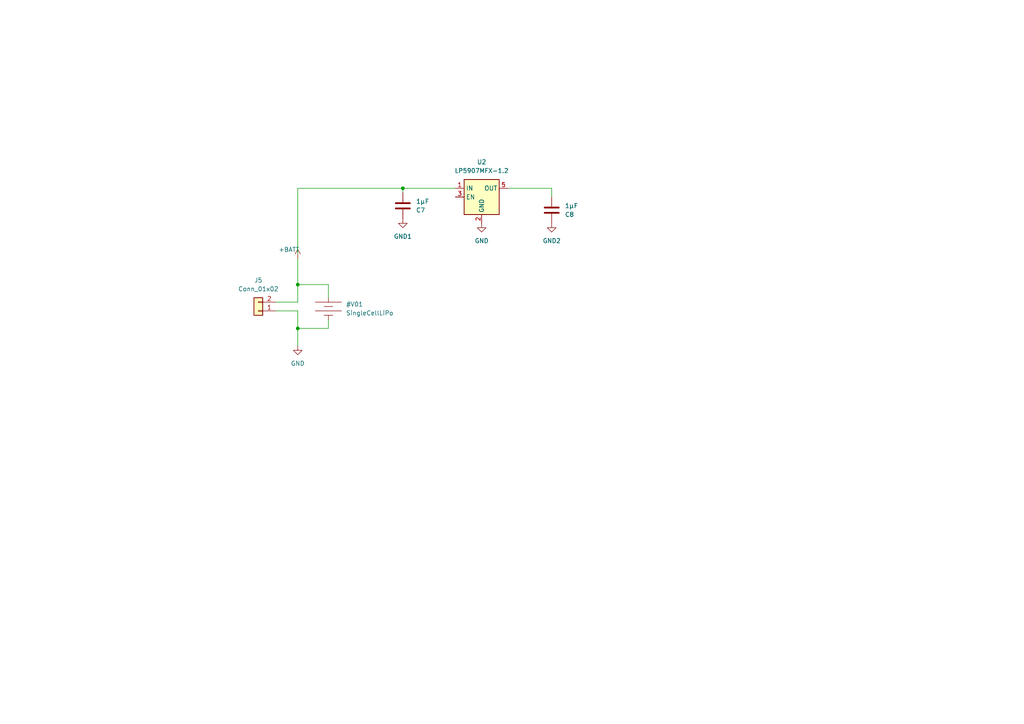
<source format=kicad_sch>
(kicad_sch (version 20230121) (generator eeschema)
  (paper "A4")
  (lib_symbols
    (symbol "Connector_Generic:Conn_01x02" (pin_names (offset 1.016) hide)
      (property "Reference" "J" (at 0 2.54 0))
      (property "Value" "Conn_01x02" (at 0 -5.08 0))
      (symbol "Conn_01x02_1_1"
        (rectangle (start -1.27 -2.413) (end 0 -2.667) (stroke (width 0.1524)))
        (rectangle (start -1.27 0.127) (end 0 -0.127) (stroke (width 0.1524)))
        (rectangle (start -1.27 1.27) (end 1.27 -3.81) (stroke (width 0.254)) (fill (type background)))
        (pin passive line (at -5.08 0 0) (length 3.81) (name "Pin_1") (number "1"))
        (pin passive line (at -5.08 -2.54 0) (length 3.81) (name "Pin_2") (number "2"))
      )
    )
    (symbol "Device:C" (pin_numbers hide) (pin_names (offset 0.254))
      (property "Reference" "C" (at 0.635 2.54 0))
      (property "Value" "C" (at 0.635 -2.54 0))
      (symbol "C_0_1"
        (polyline (pts (xy -2.032 -0.762) (xy 2.032 -0.762)) (stroke (width 0.508)))
        (polyline (pts (xy -2.032 0.762) (xy 2.032 0.762)) (stroke (width 0.508)))
      )
      (symbol "C_1_1"
        (pin passive line (at 0 3.81 270) (length 2.794) (name "~") (number "1"))
        (pin passive line (at 0 -3.81 90) (length 2.794) (name "~") (number "2"))
      )
    )
    (symbol "Regulator_Linear:LP5907MFX-1.2"
      (property "Reference" "U" (at -3.81 6.35 0))
      (property "Value" "LP5907MFX-1.2" (at 6.35 6.35 0))
      (symbol "LP5907MFX-1.2_0_1"
        (rectangle (start -5.08 -5.08) (end 5.08 5.08) (stroke (width 0.254)) (fill (type background)))
        (pin power_in line (at -7.62 2.54 0) (length 2.54) (name "IN") (number "1"))
        (pin power_in line (at 0 -7.62 90) (length 2.54) (name "GND") (number "2"))
        (pin input line (at -7.62 0 0) (length 2.54) (name "EN") (number "3"))
        (pin no_connect line (at 5.08 0 180) (length 2.54) hide (name "NC") (number "4"))
        (pin power_out line (at 7.62 2.54 180) (length 2.54) (name "OUT") (number "5"))
      )
    )
    (symbol "minimouse:SingleCellLiPo" (power) (pin_numbers hide) (pin_names hide) (in_bom no) (on_board no)
      (property "Reference" "V" (at 1.8796 0.3048 0))
      (property "Value" "SingleCellLiPo" (at -11.43 1.27 0))
      (symbol "SingleCellLiPo_0_1"
        (polyline (pts (xy -3.81 0) (xy 3.81 0)))
        (polyline (pts (xy -3.81 2.54) (xy 3.81 2.54)))
        (polyline (pts (xy -1.27 -1.27) (xy 1.27 -1.27)))
        (polyline (pts (xy -1.27 1.27) (xy 1.27 1.27)))
      )
      (symbol "SingleCellLiPo_1_1"
        (pin power_out line (at 0 -2.54 90) (length 1.27) (name "+") (number ""))
        (pin power_out line (at 0 3.81 270) (length 1.27) (name "+") (number ""))
      )
    )
    (symbol "power:+BATT" (power) (pin_names (offset 0))
      (property "Value" "+BATT" (at 0 3.556 0))
      (symbol "+BATT_0_1"
        (polyline (pts (xy -0.762 1.27) (xy 0 2.54)))
        (polyline (pts (xy 0 0) (xy 0 2.54)))
        (polyline (pts (xy 0 2.54) (xy 0.762 1.27)))
      )
      (symbol "+BATT_1_1"
        (pin power_in line (at 0 0 90) (length 0) hide (name "+BATT") (number "1"))
      )
    )
    (symbol "power:GND" (power) (pin_names (offset 0))
      (property "Value" "GND" (at 0 -3.81 0))
      (symbol "GND_0_1"
        (polyline (pts (xy 0 0) (xy 0 -1.27) (xy 1.27 -1.27) (xy 0 -2.54) (xy -1.27 -1.27) (xy 0 -1.27)))
      )
      (symbol "GND_1_1"
        (pin power_in line (at 0 0 270) (length 0) hide (name "GND") (number "1"))
      )
    )
    (symbol "power:GND1" (power) (pin_names (offset 0))
      (property "Value" "GND1" (at 0 -3.81 0))
      (symbol "GND1_0_1"
        (polyline (pts (xy 0 0) (xy 0 -1.27) (xy 1.27 -1.27) (xy 0 -2.54) (xy -1.27 -1.27) (xy 0 -1.27)))
      )
      (symbol "GND1_1_1"
        (pin power_in line (at 0 0 270) (length 0) hide (name "GND1") (number "1"))
      )
    )
    (symbol "power:GND2" (power) (pin_names (offset 0))
      (property "Value" "GND2" (at 0 -3.81 0))
      (symbol "GND2_0_1"
        (polyline (pts (xy 0 0) (xy 0 -1.27) (xy 1.27 -1.27) (xy 0 -2.54) (xy -1.27 -1.27) (xy 0 -1.27)))
      )
      (symbol "GND2_1_1"
        (pin power_in line (at 0 0 270) (length 0) hide (name "GND2") (number "1"))
      )
    )
  )
  (junction (at 86.36 82.55))
  (junction (at 116.84 54.61))
  (junction (at 86.36 95.25))
  (wire (pts (xy 86.36 90.17) (xy 86.36 95.25)))
  (wire (pts (xy 116.84 54.61) (xy 116.84 55.88)))
  (wire (pts (xy 116.84 54.61) (xy 132.08 54.61)))
  (wire (pts (xy 95.25 82.55) (xy 86.36 82.55)))
  (wire (pts (xy 86.36 74.93) (xy 86.36 82.55)))
  (wire (pts (xy 95.25 86.36) (xy 95.25 82.55)))
  (wire (pts (xy 116.84 54.61) (xy 86.36 54.61)))
  (wire (pts (xy 95.25 92.71) (xy 95.25 95.25)))
  (wire (pts (xy 147.32 54.61) (xy 160.02 54.61)))
  (wire (pts (xy 80.01 87.63) (xy 86.36 87.63)))
  (wire (pts (xy 86.36 54.61) (xy 86.36 73.66)))
  (wire (pts (xy 86.36 95.25) (xy 86.36 100.33)))
  (wire (pts (xy 95.25 95.25) (xy 86.36 95.25)))
  (wire (pts (xy 86.36 82.55) (xy 86.36 87.63)))
  (wire (pts (xy 160.02 54.61) (xy 160.02 57.15)))
  (wire (pts (xy 80.01 90.17) (xy 86.36 90.17)))
  (symbol (lib_id "power:+BATT") (at 86.36 74.93 0) (unit 1)
    (property "Reference" "#PWR036" (effects hide))
    (property "Value" "+BATT" (at 83.82 72.39 0))
  )
  (symbol (lib_id "minimouse:SingleCellLiPo") (at 95.25 90.17 0) (unit 1) (in_bom no) (on_board no)
    (property "Reference" "#V01" (at 100.33 88.265 0) (effects (justify left)))
    (property "Value" "SingleCellLiPo" (at 100.33 90.805 0) (effects (justify left)))
  )
  (symbol (lib_id "power:GND") (at 139.7 64.77 0) (unit 1)
    (property "Reference" "#PWR08" (effects hide))
    (property "Value" "GND" (at 139.7 69.85 0))
  )
  (symbol (lib_id "Regulator_Linear:LP5907MFX-1.2") (at 139.7 57.15 0) (unit 1)
    (property "Reference" "U2" (at 139.7 46.99 0))
    (property "Value" "LP5907MFX-1.2" (at 139.7 49.53 0))
    (property "Footprint" "Package_TO_SOT_SMD:SOT-23-5" (effects hide))
    (property "Datasheet" "http://www.ti.com/lit/ds/symlink/lp5907.pdf" (effects hide))
  )
  (symbol (lib_id "power:GND1") (at 116.84 63.5 0) (unit 1)
    (property "Reference" "#PWR09" (effects hide))
    (property "Value" "GND1" (at 116.84 68.58 0))
  )
  (symbol (lib_id "power:GND2") (at 160.02 64.77 0) (unit 1)
    (property "Reference" "#PWR010" (effects hide))
    (property "Value" "GND2" (at 160.02 69.85 0))
  )
  (symbol (lib_id "Connector_Generic:Conn_01x02") (at 74.93 90.17 180) (unit 1)
    (property "Reference" "J5" (at 74.93 81.28 0))
    (property "Value" "Conn_01x02" (at 74.93 83.82 0))
    (property "Footprint" "Connector_PinHeader_2.54mm:PinHeader_1x02_P2.54mm_Vertical" (effects hide))
  )
  (symbol (lib_id "power:GND") (at 86.36 100.33 0) (unit 1)
    (property "Reference" "#PWR037" (effects hide))
    (property "Value" "GND" (at 86.36 105.41 0))
  )
  (symbol (lib_id "Device:C") (at 116.84 59.69 0) (mirror x) (unit 1)
    (property "Reference" "C7" (at 120.65 60.96 0) (effects (justify left)))
    (property "Value" "1µF" (at 120.65 58.42 0) (effects (justify left)))
  )
  (symbol (lib_id "Device:C") (at 160.02 60.96 0) (mirror x) (unit 1)
    (property "Reference" "C8" (at 163.83 62.23 0) (effects (justify left)))
    (property "Value" "1µF" (at 163.83 59.69 0) (effects (justify left)))
  )
)
</source>
